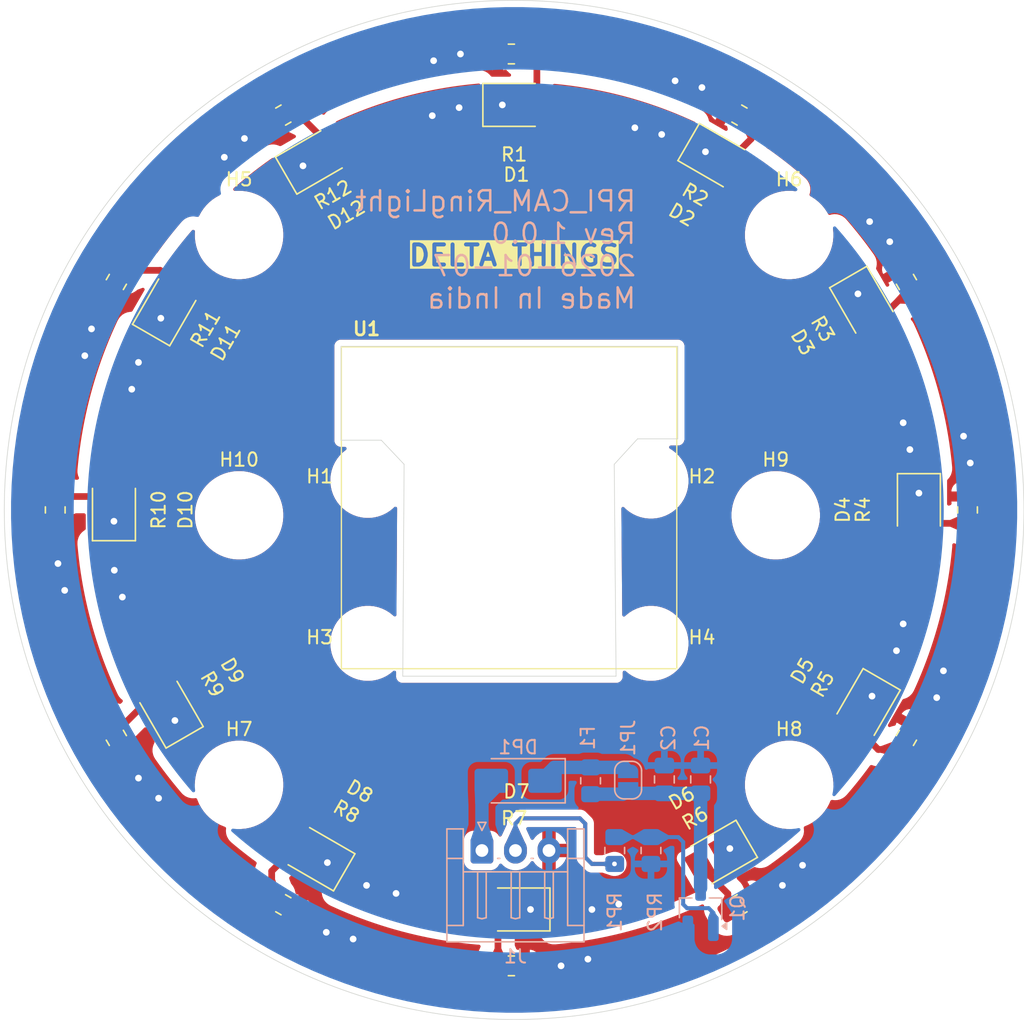
<source format=kicad_pcb>
(kicad_pcb (version 20241229) (generator "pcbnew") (generator_version "9.0")
  (title_block (title "RPI_CAM_RingLight") (date "2026-01-07") (rev "1.0.0") (company "Delta Things") (comment 1 "Mount for official Raspberry Pi Cameras"))
  (layers (0 "F.Cu" signal) (2 "B.Cu" signal) (13 "F.Paste" user) (15 "B.Paste" user) (5 "F.SilkS" user "F.Silkscreen") (7 "B.SilkS" user "B.Silkscreen") (1 "F.Mask" user) (3 "B.Mask" user) (25 "Edge.Cuts" user))
  (net 0 "")
  (net 1 "Net-(JP1-A)")
  (net 2 "GND")
  (net 3 "Net-(D1-A)")
  (net 4 "Net-(D2-A)")
  (net 5 "Net-(D3-A)")
  (net 6 "Net-(D4-A)")
  (net 7 "Net-(D5-A)")
  (net 8 "Net-(D6-A)")
  (net 9 "Net-(D7-A)")
  (net 10 "Net-(D8-A)")
  (net 11 "Net-(D9-A)")
  (net 12 "Net-(D10-A)")
  (net 13 "Net-(D11-A)")
  (net 14 "Net-(D12-A)")
  (net 15 "+5V")
  (net 16 "/EN")
  (net 17 "Net-(Q1-S)")
  (net 18 "Net-(Q1-G)")
  (net 19 "Net-(DP1-K)")
  (footprint "Resistor_SMD:R_0805_2012Metric_Pad1.20x1.40mm_HandSolder" (layer "F.Cu") (at 204.796512 57)
    (property "Reference" "R1" (at 0.203488 7.5 0) (layer "F.SilkS"))
    (property "Value" "150")
    (fp_line (start -0.227064 -0.735) (end 0.227064 -0.735) (stroke (width 0.12)) (layer "F.SilkS"))
    (fp_line (start -0.227064 0.735) (end 0.227064 0.735) (stroke (width 0.12)) (layer "F.SilkS"))
    (pad "1" smd roundrect (at -1 0) (size 1.2 1.4) (layers "F.Cu" "F.Mask" "F.Paste") (roundrect_rratio 0.208333) (net 17 "Net-(Q1-S)"))
    (pad "2" smd roundrect (at 1 0) (size 1.2 1.4) (layers "F.Cu" "F.Mask" "F.Paste") (roundrect_rratio 0.208333) (net 3 "Net-(D1-A)"))
  )
  (footprint "MountingHole:MountingHole_2.2mm_M2" (layer "F.Cu") (at 215.2 100.95)
    (property "Reference" "H4" (at 3.8 -0.45 0) (layer "F.SilkS"))
    (property "Value" "m2")
    (pad "" np_thru_hole circle (at 0 0) (size 2.2 2.2) (drill 2.2) (layers "*.Cu" "*.Mask"))
  )
  (footprint "Resistor_SMD:R_0805_2012Metric_Pad1.20x1.40mm_HandSolder" (layer "F.Cu") (at 170.796512 91 90)
    (property "Reference" "R10" (at 0 7.703488 90) (layer "F.SilkS"))
    (property "Value" "150")
    (fp_line (start -0.227064 -0.735) (end 0.227064 -0.735) (stroke (width 0.12)) (layer "F.SilkS"))
    (fp_line (start -0.227064 0.735) (end 0.227064 0.735) (stroke (width 0.12)) (layer "F.SilkS"))
    (pad "1" smd roundrect (at -1 0 90) (size 1.2 1.4) (layers "F.Cu" "F.Mask" "F.Paste") (roundrect_rratio 0.208333) (net 17 "Net-(Q1-S)"))
    (pad "2" smd roundrect (at 1 0 90) (size 1.2 1.4) (layers "F.Cu" "F.Mask" "F.Paste") (roundrect_rratio 0.208333) (net 12 "Net-(D10-A)"))
  )
  (footprint "MountingHole:MountingHole_3.2mm_M3" (layer "F.Cu") (at 184.5 111.5)
    (property "Reference" "H7" (at 0 -4.15 0) (layer "F.SilkS"))
    (property "Value" "m2")
    (pad "" np_thru_hole circle (at 0 0) (size 3.2 3.2) (drill 3.2) (layers "*.Cu" "*.Mask"))
  )
  (footprint "Resistor_SMD:R_0805_2012Metric_Pad1.20x1.40mm_HandSolder" (layer "F.Cu") (at 221.796512 120.444863 -150)
    (property "Reference" "R6" (at -0.367568 7.229671 210) (layer "F.SilkS"))
    (property "Value" "150")
    (fp_line (start -0.227064 0.735) (end 0.227064 0.735) (stroke (width 0.12)) (layer "F.SilkS"))
    (fp_line (start -0.227064 -0.735) (end 0.227064 -0.735) (stroke (width 0.12)) (layer "F.SilkS"))
    (pad "1" smd roundrect (at -1 0 210) (size 1.2 1.4) (layers "F.Cu" "F.Mask" "F.Paste") (roundrect_rratio 0.208333) (net 17 "Net-(Q1-S)"))
    (pad "2" smd roundrect (at 1 0 210) (size 1.2 1.4) (layers "F.Cu" "F.Mask" "F.Paste") (roundrect_rratio 0.208333) (net 8 "Net-(D6-A)"))
  )
  (footprint "LED_SMD:LED_PLCC_2835_Handsoldering" (layer "F.Cu") (at 235.171833 90.796477 -90)
    (property "Reference" "D4" (at 0.203523 5.671833 270) (layer "F.SilkS"))
    (property "Value" "LED")
    (fp_line (start 1.4 1.6) (end -2.5 1.6) (stroke (width 0.12)) (layer "F.SilkS"))
    (fp_line (start -2.5 -1.6) (end -2.5 1.6) (stroke (width 0.12)) (layer "F.SilkS"))
    (fp_line (start 1.4 -1.6) (end -2.5 -1.6) (stroke (width 0.12)) (layer "F.SilkS"))
    (pad "1" smd rect (at -1.05 0 270) (size 2.5 2.2) (layers "F.Cu" "F.Mask" "F.Paste") (net 2 "GND"))
    (pad "2" smd rect (at 1.525 0 270) (size 1.55 2.2) (layers "F.Cu" "F.Mask" "F.Paste") (net 6 "Net-(D4-A)"))
  )
  (footprint "LED_SMD:LED_PLCC_2835_Handsoldering" (layer "F.Cu") (at 231.152595 75.796477 -60)
    (property "Reference" "D3" (at 0.015022 5.381027 300) (layer "F.SilkS"))
    (property "Value" "LED")
    (fp_line (start 1.4 1.600001) (end -2.500001 1.6) (stroke (width 0.12)) (layer "F.SilkS"))
    (fp_line (start -2.5 -1.600001) (end -2.500001 1.6) (stroke (width 0.12)) (layer "F.SilkS"))
    (fp_line (start 1.400001 -1.6) (end -2.5 -1.600001) (stroke (width 0.12)) (layer "F.SilkS"))
    (pad "1" smd rect (at -1.05 0 300) (size 2.5 2.2) (layers "F.Cu" "F.Mask" "F.Paste") (net 2 "GND"))
    (pad "2" smd rect (at 1.525 0 300) (size 1.55 2.2) (layers "F.Cu" "F.Mask" "F.Paste") (net 5 "Net-(D3-A)"))
  )
  (footprint "Resistor_SMD:R_0805_2012Metric_Pad1.20x1.40mm_HandSolder" (layer "F.Cu") (at 204.796512 125 180)
    (property "Reference" "R7" (at -0.203488 11 180) (layer "F.SilkS"))
    (property "Value" "150")
    (fp_line (start -0.227064 0.735) (end 0.227064 0.735) (stroke (width 0.12)) (layer "F.SilkS"))
    (fp_line (start -0.227064 -0.735) (end 0.227064 -0.735) (stroke (width 0.12)) (layer "F.SilkS"))
    (pad "1" smd roundrect (at -1 0 180) (size 1.2 1.4) (layers "F.Cu" "F.Mask" "F.Paste") (roundrect_rratio 0.208333) (net 17 "Net-(Q1-S)"))
    (pad "2" smd roundrect (at 1 0 180) (size 1.2 1.4) (layers "F.Cu" "F.Mask" "F.Paste") (roundrect_rratio 0.208333) (net 9 "Net-(D7-A)"))
  )
  (footprint "LED_SMD:LED_PLCC_2835_Handsoldering" (layer "F.Cu") (at 179.19107 75.796477 60)
    (property "Reference" "D11" (at -0.186855 5.083404 60) (layer "F.SilkS"))
    (property "Value" "LED")
    (fp_line (start -2.500001 -1.6) (end -2.5 1.600001) (stroke (width 0.12)) (layer "F.SilkS"))
    (fp_line (start 1.4 -1.600001) (end -2.500001 -1.6) (stroke (width 0.12)) (layer "F.SilkS"))
    (fp_line (start 1.400001 1.6) (end -2.5 1.600001) (stroke (width 0.12)) (layer "F.SilkS"))
    (pad "1" smd rect (at -1.05 0 60) (size 2.5 2.2) (layers "F.Cu" "F.Mask" "F.Paste") (net 2 "GND"))
    (pad "2" smd rect (at 1.525 0 60) (size 1.55 2.2) (layers "F.Cu" "F.Mask" "F.Paste") (net 13 "Net-(D11-A)"))
  )
  (footprint "MountingHole:MountingHole_2.2mm_M2" (layer "F.Cu") (at 215.2 88.85)
    (property "Reference" "H2" (at 3.8 -0.35 0) (layer "F.SilkS"))
    (property "Value" "m2")
    (pad "" np_thru_hole circle (at 0 0) (size 2.2 2.2) (drill 2.2) (layers "*.Cu" "*.Mask"))
  )
  (footprint "Resistor_SMD:R_0805_2012Metric_Pad1.20x1.40mm_HandSolder" (layer "F.Cu") (at 187.796512 120.444863 150)
    (property "Reference" "R8" (at -0.600909 8.366172 150) (layer "F.SilkS"))
    (property "Value" "150")
    (fp_line (start -0.227064 -0.735) (end 0.227064 -0.735) (stroke (width 0.12)) (layer "F.SilkS"))
    (fp_line (start -0.227064 0.735) (end 0.227064 0.735) (stroke (width 0.12)) (layer "F.SilkS"))
    (pad "1" smd roundrect (at -1 0 150) (size 1.2 1.4) (layers "F.Cu" "F.Mask" "F.Paste") (roundrect_rratio 0.208333) (net 17 "Net-(Q1-S)"))
    (pad "2" smd roundrect (at 1 0 150) (size 1.2 1.4) (layers "F.Cu" "F.Mask" "F.Paste") (roundrect_rratio 0.208333) (net 10 "Net-(D8-A)"))
  )
  (footprint "Resistor_SMD:R_0805_2012Metric_Pad1.20x1.40mm_HandSolder" (layer "F.Cu") (at 221.796512 61.555136 -30)
    (property "Reference" "R2" (at 0.117569 6.796659 330) (layer "F.SilkS"))
    (property "Value" "150")
    (fp_line (start -0.227064 0.735) (end 0.227064 0.735) (stroke (width 0.12)) (layer "F.SilkS"))
    (fp_line (start -0.227064 -0.735) (end 0.227064 -0.735) (stroke (width 0.12)) (layer "F.SilkS"))
    (pad "1" smd roundrect (at -1 0 330) (size 1.2 1.4) (layers "F.Cu" "F.Mask" "F.Paste") (roundrect_rratio 0.208333) (net 17 "Net-(Q1-S)"))
    (pad "2" smd roundrect (at 1 0 330) (size 1.2 1.4) (layers "F.Cu" "F.Mask" "F.Paste") (roundrect_rratio 0.208333) (net 4 "Net-(D2-A)"))
  )
  (footprint "MountingHole:MountingHole_3.2mm_M3" (layer "F.Cu") (at 224.5 91.4)
    (property "Reference" "H9" (at 0 -4.15 0) (layer "F.SilkS"))
    (property "Value" "m2")
    (pad "" np_thru_hole circle (at 0 0) (size 3.2 3.2) (drill 3.2) (layers "*.Cu" "*.Mask"))
  )
  (footprint "LED_SMD:LED_PLCC_2835_Handsoldering" (layer "F.Cu") (at 205.171833 60.796477)
    (property "Reference" "D1" (at 0 5.203523 0) (layer "F.SilkS"))
    (property "Value" "LED")
    (fp_line (start -2.5 -1.6) (end -2.5 1.6) (stroke (width 0.12)) (layer "F.SilkS"))
    (fp_line (start 1.4 -1.6) (end -2.5 -1.6) (stroke (width 0.12)) (layer "F.SilkS"))
    (fp_line (start 1.4 1.6) (end -2.5 1.6) (stroke (width 0.12)) (layer "F.SilkS"))
    (pad "1" smd rect (at -1.05 0) (size 2.5 2.2) (layers "F.Cu" "F.Mask" "F.Paste") (net 2 "GND"))
    (pad "2" smd rect (at 1.525 0) (size 1.55 2.2) (layers "F.Cu" "F.Mask" "F.Paste") (net 3 "Net-(D1-A)"))
  )
  (footprint "MountingHole:MountingHole_3.2mm_M3" (layer "F.Cu") (at 184.5 70.5)
    (property "Reference" "H5" (at 0 -4.15 0) (layer "F.SilkS"))
    (property "Value" "m2")
    (pad "" np_thru_hole circle (at 0 0) (size 3.2 3.2) (drill 3.2) (layers "*.Cu" "*.Mask"))
  )
  (footprint "Resistor_SMD:R_0805_2012Metric_Pad1.20x1.40mm_HandSolder" (layer "F.Cu") (at 234.241375 108 -120)
    (property "Reference" "R5" (at -0.343414 7.405189 240) (layer "F.SilkS"))
    (property "Value" "150")
    (fp_line (start -0.227064 0.735) (end 0.227064 0.735) (stroke (width 0.12)) (layer "F.SilkS"))
    (fp_line (start -0.227064 -0.735) (end 0.227064 -0.735) (stroke (width 0.12)) (layer "F.SilkS"))
    (pad "1" smd roundrect (at -1 0 240) (size 1.2 1.4) (layers "F.Cu" "F.Mask" "F.Paste") (roundrect_rratio 0.208333) (net 17 "Net-(Q1-S)"))
    (pad "2" smd roundrect (at 1 0 240) (size 1.2 1.4) (layers "F.Cu" "F.Mask" "F.Paste") (roundrect_rratio 0.208333) (net 7 "Net-(D5-A)"))
  )
  (footprint "Resistor_SMD:R_0805_2012Metric_Pad1.20x1.40mm_HandSolder" (layer "F.Cu") (at 234.241375 74 -60)
    (property "Reference" "R3" (at -0.089599 7.155189 300) (layer "F.SilkS"))
    (property "Value" "150")
    (fp_line (start -0.227064 0.735) (end 0.227064 0.735) (stroke (width 0.12)) (layer "F.SilkS"))
    (fp_line (start -0.227064 -0.735) (end 0.227064 -0.735) (stroke (width 0.12)) (layer "F.SilkS"))
    (pad "1" smd roundrect (at -1 0 300) (size 1.2 1.4) (layers "F.Cu" "F.Mask" "F.Paste") (roundrect_rratio 0.208333) (net 17 "Net-(Q1-S)"))
    (pad "2" smd roundrect (at 1 0 300) (size 1.2 1.4) (layers "F.Cu" "F.Mask" "F.Paste") (roundrect_rratio 0.208333) (net 5 "Net-(D3-A)"))
  )
  (footprint "LED_SMD:LED_PLCC_2835_Handsoldering" (layer "F.Cu") (at 205.171833 120.796477 180)
    (property "Reference" "D7" (at 0 8.796477 180) (layer "F.SilkS"))
    (property "Value" "LED")
    (fp_line (start 1.4 1.6) (end -2.5 1.6) (stroke (width 0.12)) (layer "F.SilkS"))
    (fp_line (start 1.4 -1.6) (end -2.5 -1.6) (stroke (width 0.12)) (layer "F.SilkS"))
    (fp_line (start -2.5 -1.6) (end -2.5 1.6) (stroke (width 0.12)) (layer "F.SilkS"))
    (pad "1" smd rect (at -1.05 0 180) (size 2.5 2.2) (layers "F.Cu" "F.Mask" "F.Paste") (net 2 "GND"))
    (pad "2" smd rect (at 1.525 0 180) (size 1.55 2.2) (layers "F.Cu" "F.Mask" "F.Paste") (net 9 "Net-(D7-A)"))
  )
  (footprint "RPICAM:RPI_Cam3" (layer "F.Cu") (at 195.125418 81.841285)
    (property "Reference" "U1" (at -1.125418 -4.341285 0) (layer "F.SilkS") (effects (font (thickness 0.2) (bold yes))))
    (property "Value" "RPI_CAM_3")
    (fp_rect (start -3 -3) (end 22 21) (stroke (width 0.1)) (fill no) (layer "F.SilkS"))
  )
  (footprint "LED_SMD:LED_PLCC_2835_Handsoldering" (layer "F.Cu") (at 220.171833 64.815714 -30)
    (property "Reference" "D2" (at -0.221732 4.959614 330) (layer "F.SilkS"))
    (property "Value" "LED")
    (fp_line (start -2.500001 -1.6) (end -2.5 1.600001) (stroke (width 0.12)) (layer "F.SilkS"))
    (fp_line (start 1.400001 1.6) (end -2.5 1.600001) (stroke (width 0.12)) (layer "F.SilkS"))
    (fp_line (start 1.4 -1.600001) (end -2.500001 -1.6) (stroke (width 0.12)) (layer "F.SilkS"))
    (pad "1" smd rect (at -1.05 0 330) (size 2.5 2.2) (layers "F.Cu" "F.Mask" "F.Paste") (net 2 "GND"))
    (pad "2" smd rect (at 1.525 0 330) (size 1.55 2.2) (layers "F.Cu" "F.Mask" "F.Paste") (net 4 "Net-(D2-A)"))
  )
  (footprint "MountingHole:MountingHole_3.2mm_M3" (layer "F.Cu") (at 225.5 70.5)
    (property "Reference" "H6" (at 0 -4.15 0) (layer "F.SilkS"))
    (property "Value" "m2")
    (pad "" np_thru_hole circle (at 0 0) (size 3.2 3.2) (drill 3.2) (layers "*.Cu" "*.Mask"))
  )
  (footprint "LED_SMD:LED_PLCC_2835_Handsoldering" (layer "F.Cu") (at 231.152595 105.796477 -120)
    (property "Reference" "D5" (at -0.095523 5.427504 240) (layer "F.SilkS"))
    (property "Value" "LED")
    (fp_line (start 1.400001 1.6) (end -2.5 1.600001) (stroke (width 0.12)) (layer "F.SilkS"))
    (fp_line (start 1.4 -1.600001) (end -2.500001 -1.6) (stroke (width 0.12)) (layer "F.SilkS"))
    (fp_line (start -2.500001 -1.6) (end -2.5 1.600001) (stroke (width 0.12)) (layer "F.SilkS"))
    (pad "1" smd rect (at -1.05 0 240) (size 2.5 2.2) (layers "F.Cu" "F.Mask" "F.Paste") (net 2 "GND"))
    (pad "2" smd rect (at 1.525 0 240) (size 1.55 2.2) (layers "F.Cu" "F.Mask" "F.Paste") (net 7 "Net-(D5-A)"))
  )
  (footprint "MountingHole:MountingHole_3.2mm_M3" (layer "F.Cu") (at 225.5 111.5)
    (property "Reference" "H8" (at 0 -4.15 0) (layer "F.SilkS"))
    (property "Value" "m2")
    (pad "" np_thru_hole circle (at 0 0) (size 3.2 3.2) (drill 3.2) (layers "*.Cu" "*.Mask"))
  )
  (footprint "Resistor_SMD:R_0805_2012Metric_Pad1.20x1.40mm_HandSolder" (layer "F.Cu") (at 238.796512 91 -90)
    (property "Reference" "R4" (at 0 7.796512 270) (layer "F.SilkS"))
    (property "Value" "150")
    (fp_line (start -0.227064 0.735) (end 0.227064 0.735) (stroke (width 0.12)) (layer "F.SilkS"))
    (fp_line (start -0.227064 -0.735) (end 0.227064 -0.735) (stroke (width 0.12)) (layer "F.SilkS"))
    (pad "1" smd roundrect (at -1 0 270) (size 1.2 1.4) (layers "F.Cu" "F.Mask" "F.Paste") (roundrect_rratio 0.208333) (net 17 "Net-(Q1-S)"))
    (pad "2" smd roundrect (at 1 0 270) (size 1.2 1.4) (layers "F.Cu" "F.Mask" "F.Paste") (roundrect_rratio 0.208333) (net 6 "Net-(D4-A)"))
  )
  (footprint "Resistor_SMD:R_0805_2012Metric_Pad1.20x1.40mm_HandSolder" (layer "F.Cu") (at 187.796511 61.555136 30)
    (property "Reference" "R12" (at 0.234884 7.000148 30) (layer "F.SilkS"))
    (property "Value" "150")
    (fp_line (start -0.227064 -0.735) (end 0.227064 -0.735) (stroke (width 0.12)) (layer "F.SilkS"))
    (fp_line (start -0.227064 0.735) (end 0.227064 0.735) (stroke (width 0.12)) (layer "F.SilkS"))
    (pad "1" smd roundrect (at -1 0 30) (size 1.2 1.4) (layers "F.Cu" "F.Mask" "F.Paste") (roundrect_rratio 0.208333) (net 17 "Net-(Q1-S)"))
    (pad "2" smd roundrect (at 1 0 30) (size 1.2 1.4) (layers "F.Cu" "F.Mask" "F.Paste") (roundrect_rratio 0.208333) (net 14 "Net-(D12-A)"))
  )
  (footprint "LED_SMD:LED_PLCC_2835_Handsoldering" (layer "F.Cu") (at 190.171832 64.815714 30)
    (property "Reference" "D12" (at -0.07589 4.787782 30) (layer "F.SilkS"))
    (property "Value" "LED")
    (fp_line (start -2.5 -1.600001) (end -2.500001 1.6) (stroke (width 0.12)) (layer "F.SilkS"))
    (fp_line (start 1.400001 -1.6) (end -2.5 -1.600001) (stroke (width 0.12)) (layer "F.SilkS"))
    (fp_line (start 1.4 1.600001) (end -2.500001 1.6) (stroke (width 0.12)) (layer "F.SilkS"))
    (pad "1" smd rect (at -1.05 0 30) (size 2.5 2.2) (layers "F.Cu" "F.Mask" "F.Paste") (net 2 "GND"))
    (pad "2" smd rect (at 1.525 0 30) (size 1.55 2.2) (layers "F.Cu" "F.Mask" "F.Paste") (net 14 "Net-(D12-A)"))
  )
  (footprint "LED_SMD:LED_PLCC_2835_Handsoldering" (layer "F.Cu") (at 220.171833 116.777239 -150)
    (property "Reference" "D6" (at 0.175256 5.040114 210) (layer "F.SilkS"))
    (property "Value" "LED")
    (fp_line (start 1.4 1.600001) (end -2.500001 1.6) (stroke (width 0.12)) (layer "F.SilkS"))
    (fp_line (start 1.400001 -1.6) (end -2.5 -1.600001) (stroke (width 0.12)) (layer "F.SilkS"))
    (fp_line (start -2.5 -1.600001) (end -2.500001 1.6) (stroke (width 0.12)) (layer "F.SilkS"))
    (pad "1" smd rect (at -1.05 0 210) (size 2.5 2.2) (layers "F.Cu" "F.Mask" "F.Paste") (net 2 "GND"))
    (pad "2" smd rect (at 1.525 0 210) (size 1.55 2.2) (layers "F.Cu" "F.Mask" "F.Paste") (net 8 "Net-(D6-A)"))
  )
  (footprint "MountingHole:MountingHole_3.2mm_M3" (layer "F.Cu") (at 184.5 91.4)
    (property "Reference" "H10" (at 0 -4.15 0) (layer "F.SilkS"))
    (property "Value" "m2")
    (pad "" np_thru_hole circle (at 0 0) (size 3.2 3.2) (drill 3.2) (layers "*.Cu" "*.Mask"))
  )
  (footprint "Resistor_SMD:R_0805_2012Metric_Pad1.20x1.40mm_HandSolder" (layer "F.Cu") (at 175.351648 74 60)
    (property "Reference" "R11" (at 0.293087 7.507642 60) (layer "F.SilkS"))
    (property "Value" "150")
    (fp_line (start -0.227064 -0.735) (end 0.227064 -0.735) (stroke (width 0.12)) (layer "F.SilkS"))
    (fp_line (start -0.227064 0.735) (end 0.227064 0.735) (stroke (width 0.12)) (layer "F.SilkS"))
    (pad "1" smd roundrect (at -1 0 60) (size 1.2 1.4) (layers "F.Cu" "F.Mask" "F.Paste") (roundrect_rratio 0.208333) (net 17 "Net-(Q1-S)"))
    (pad "2" smd roundrect (at 1 0 60) (size 1.2 1.4) (layers "F.Cu" "F.Mask" "F.Paste") (roundrect_rratio 0.208333) (net 13 "Net-(D11-A)"))
  )
  (footprint "LED_SMD:LED_PLCC_2835_Handsoldering" (layer "F.Cu") (at 190.171833 116.777239 150)
    (property "Reference" "D8" (at -0.493658 5.801294 150) (layer "F.SilkS"))
    (property "Value" "LED")
    (fp_line (start 1.4 -1.600001) (end -2.500001 -1.6) (stroke (width 0.12)) (layer "F.SilkS"))
    (fp_line (start 1.400001 1.6) (end -2.5 1.600001) (stroke (width 0.12)) (layer "F.SilkS"))
    (fp_line (start -2.500001 -1.6) (end -2.5 1.600001) (stroke (width 0.12)) (layer "F.SilkS"))
    (pad "1" smd rect (at -1.05 0 150) (size 2.5 2.2) (layers "F.Cu" "F.Mask" "F.Paste") (net 2 "GND"))
    (pad "2" smd rect (at 1.525 0 150) (size 1.55 2.2) (layers "F.Cu" "F.Mask" "F.Paste") (net 10 "Net-(D8-A)"))
  )
  (footprint "MountingHole:MountingHole_2.2mm_M2" (layer "F.Cu") (at 194.1 100.95)
    (property "Reference" "H3" (at -3.6 -0.45 0) (layer "F.SilkS"))
    (property "Value" "m2")
    (pad "" np_thru_hole circle (at 0 0) (size 2.2 2.2) (drill 2.2) (layers "*.Cu" "*.Mask"))
  )
  (footprint "Resistor_SMD:R_0805_2012Metric_Pad1.20x1.40mm_HandSolder" (layer "F.Cu") (at 175.351648 108 120)
    (property "Reference" "R9" (at -0.110074 8.190654 120) (layer "F.SilkS"))
    (property "Value" "150")
    (fp_line (start -0.227064 -0.735) (end 0.227064 -0.735) (stroke (width 0.12)) (layer "F.SilkS"))
    (fp_line (start -0.227064 0.735) (end 0.227064 0.735) (stroke (width 0.12)) (layer "F.SilkS"))
    (pad "1" smd roundrect (at -1 0 120) (size 1.2 1.4) (layers "F.Cu" "F.Mask" "F.Paste") (roundrect_rratio 0.208333) (net 17 "Net-(Q1-S)"))
    (pad "2" smd roundrect (at 1 0 120) (size 1.2 1.4) (layers "F.Cu" "F.Mask" "F.Paste") (roundrect_rratio 0.208333) (net 11 "Net-(D9-A)"))
  )
  (footprint "LED_SMD:LED_PLCC_2835_Handsoldering" (layer "F.Cu") (at 175.171833 90.796477 90)
    (property "Reference" "D10" (at -0.203523 5.328167 90) (layer "F.SilkS"))
    (property "Value" "LED")
    (fp_line (start 1.4 -1.6) (end -2.5 -1.6) (stroke (width 0.12)) (layer "F.SilkS"))
    (fp_line (start -2.5 -1.6) (end -2.5 1.6) (stroke (width 0.12)) (layer "F.SilkS"))
    (fp_line (start 1.4 1.6) (end -2.5 1.6) (stroke (width 0.12)) (layer "F.SilkS"))
    (pad "1" smd rect (at -1.05 0 90) (size 2.5 2.2) (layers "F.Cu" "F.Mask" "F.Paste") (net 2 "GND"))
    (pad "2" smd rect (at 1.525 0 90) (size 1.55 2.2) (layers "F.Cu" "F.Mask" "F.Paste") (net 12 "Net-(D10-A)"))
  )
  (footprint "LED_SMD:LED_PLCC_2835_Handsoldering" (layer "F.Cu") (at 179.19107 105.796477 120)
    (property "Reference" "D9" (at 0.017355 5.562894 120) (layer "F.SilkS"))
    (property "Value" "LED")
    (fp_line (start 1.400001 -1.6) (end -2.5 -1.600001) (stroke (width 0.12)) (layer "F.SilkS"))
    (fp_line (start -2.5 -1.600001) (end -2.500001 1.6) (stroke (width 0.12)) (layer "F.SilkS"))
    (fp_line (start 1.4 1.600001) (end -2.500001 1.6) (stroke (width 0.12)) (layer "F.SilkS"))
    (pad "1" smd rect (at -1.05 0 120) (size 2.5 2.2) (layers "F.Cu" "F.Mask" "F.Paste") (net 2 "GND"))
    (pad "2" smd rect (at 1.525 0 120) (size 1.55 2.2) (layers "F.Cu" "F.Mask" "F.Paste") (net 11 "Net-(D9-A)"))
  )
  (footprint "MountingHole:MountingHole_2.2mm_M2" (layer "F.Cu") (at 194.1 88.8)
    (property "Reference" "H1" (at -3.6 -0.3 0) (layer "F.SilkS"))
    (property "Value" "m2")
    (pad "" np_thru_hole circle (at 0 0) (size 2.2 2.2) (drill 2.2) (layers "*.Cu" "*.Mask"))
  )
  (footprint "Capacitor_SMD:C_0805_2012Metric_Pad1.18x1.45mm_HandSolder" (layer "B.Cu") (at 218.9 111.1 90)
    (property "Reference" "C1" (at 3.1 0.1 90) (layer "B.SilkS") (effects (justify mirror)))
    (property "Value" "0.1u")
    (fp_line (start -0.261252 -0.735) (end 0.261252 -0.735) (stroke (width 0.12)) (layer "B.SilkS"))
    (fp_line (start -0.261252 0.735) (end 0.261252 0.735) (stroke (width 0.12)) (layer "B.SilkS"))
    (pad "1" smd roundrect (at -1.0375 0 90) (size 1.175 1.45) (layers "B.Cu" "B.Mask" "B.Paste") (roundrect_rratio 0.212766) (net 1 "Net-(JP1-A)"))
    (pad "2" smd roundrect (at 1.0375 0 90) (size 1.175 1.45) (layers "B.Cu" "B.Mask" "B.Paste") (roundrect_rratio 0.212766) (net 2 "GND"))
  )
  (footprint "Jumper:SolderJumper-2_P1.3mm_Open_RoundedPad1.0x1.5mm" (layer "B.Cu") (at 213.5 111.15 90)
    (property "Reference" "JP1" (at 3.15 0 90) (layer "B.SilkS") (effects (justify mirror)))
    (property "Value" "In")
    (fp_line (start 0.7 -1) (end -0.7 -1) (stroke (width 0.12)) (layer "B.SilkS"))
    (fp_line (start -1.4 -0.3) (end -1.4 0.3) (stroke (width 0.12)) (layer "B.SilkS"))
    (fp_line (start 1.4 0.3) (end 1.4 -0.3) (stroke (width 0.12)) (layer "B.SilkS"))
    (fp_line (start -0.7 1) (end 0.7 1) (stroke (width 0.12)) (layer "B.SilkS"))
    (fp_arc (start 0.7 -1) (mid 1.194975 -0.794975) (end 1.4 -0.3) (stroke (width 0.12)) (layer "B.SilkS"))
    (fp_arc (start -1.4 -0.3) (mid -1.194975 -0.794975) (end -0.7 -1) (stroke (width 0.12)) (layer "B.SilkS"))
    (fp_arc (start 1.4 0.3) (mid 1.194975 0.794975) (end 0.7 1) (stroke (width 0.12)) (layer "B.SilkS"))
    (fp_arc (start -0.7 1) (mid -1.194975 0.794975) (end -1.4 0.3) (stroke (width 0.12)) (layer "B.SilkS"))
    (pad "1" smd custom (at -0.65 0 90) (size 1 0.5) (layers "B.Cu" "B.Mask") (net 1 "Net-(JP1-A)") (options (clearance outline) (anchor rect)) (primitives (gr_circle (center 0 -0.25) (end 0.5 -0.25) (width 0) (fill yes)) (gr_circle (center 0 0.25) (end 0.5 0.25) (width 0) (fill yes)) (gr_poly (pts (xy 0.5 -0.75) (xy 0 -0.75) (xy 0 0.75) (xy 0.5 0.75)) (width 0) (fill yes))))
    (pad "2" smd custom (at 0.65 0 90) (size 1 0.5) (layers "B.Cu" "B.Mask") (net 19 "Net-(DP1-K)") (options (clearance outline) (anchor rect)) (primitives (gr_circle (center 0 -0.25) (end 0.5 -0.25) (width 0) (fill yes)) (gr_circle (center 0 0.25) (end 0.5 0.25) (width 0) (fill yes)) (gr_poly (pts (xy 0 -0.75) (xy -0.5 -0.75) (xy -0.5 0.75) (xy 0 0.75)) (width 0) (fill yes))))
  )
  (footprint "Connector_JST:JST_EH_S3B-EH_1x03_P2.50mm_Horizontal" (layer "B.Cu") (at 202.6 116.4)
    (property "Reference" "J1" (at 2.5 7.9 0) (layer "B.SilkS") (effects (justify mirror)))
    (property "Value" "in")
    (fp_line (start -2.61 -1.61) (end -2.61 6.81) (stroke (width 0.12)) (layer "B.SilkS"))
    (fp_line (start -2.61 5.59) (end -1.39 5.59) (stroke (width 0.12)) (layer "B.SilkS"))
    (fp_line (start -2.61 6.81) (end 7.61 6.81) (stroke (width 0.12)) (layer "B.SilkS"))
    (fp_line (start -1.39 -1.61) (end -2.61 -1.61) (stroke (width 0.12)) (layer "B.SilkS"))
    (fp_line (start -1.39 0.59) (end -2.61 0.59) (stroke (width 0.12)) (layer "B.SilkS"))
    (fp_line (start -1.39 0.59) (end -1.39 -1.61) (stroke (width 0.12)) (layer "B.SilkS"))
    (fp_line (start -1.39 1.59) (end 6.39 1.59) (stroke (width 0.12)) (layer "B.SilkS"))
    (fp_line (start -1.39 5.59) (end -1.39 0.59) (stroke (width 0.12)) (layer "B.SilkS"))
    (fp_line (start -0.32 1.59) (end -0.32 5.01) (stroke (width 0.12)) (layer "B.SilkS"))
    (fp_line (start -0.32 5.01) (end 0 5.09) (stroke (width 0.12)) (layer "B.SilkS"))
    (fp_line (start -0.3 -2.1) (end 0.3 -2.1) (stroke (width 0.12)) (layer "B.SilkS"))
    (fp_line (start 0 -1.5) (end -0.3 -2.1) (stroke (width 0.12)) (layer "B.SilkS"))
    (fp_line (start 0 1.59) (end -0.32 1.59) (stroke (width 0.12)) (layer "B.SilkS"))
    (fp_line (start 0 5.09) (end 0.32 5.01) (stroke (width 0.12)) (layer "B.SilkS"))
    (fp_line (start 0.3 -2.1) (end 0 -1.5) (stroke (width 0.12)) (layer "B.SilkS"))
    (fp_line (start 0.32 1.59) (end 0 1.59) (stroke (width 0.12)) (layer "B.SilkS"))
    (fp_line (start 0.32 5.01) (end 0.32 1.59) (stroke (width 0.12)) (layer "B.SilkS"))
    (fp_line (start 1.17 0.59) (end 1.33 0.59) (stroke (width 0.12)) (layer "B.SilkS"))
    (fp_line (start 2.18 1.59) (end 2.18 5.01) (stroke (width 0.12)) (layer "B.SilkS"))
    (fp_line (start 2.18 5.01) (end 2.5 5.09) (stroke (width 0.12)) (layer "B.SilkS"))
    (fp_line (start 2.5 1.59) (end 2.18 1.59) (stroke (width 0.12)) (layer "B.SilkS"))
    (fp_line (start 2.5 5.09) (end 2.82 5.01) (stroke (width 0.12)) (layer "B.SilkS"))
    (fp_line (start 2.82 1.59) (end 2.5 1.59) (stroke (width 0.12)) (layer "B.SilkS"))
    (fp_line (start 2.82 5.01) (end 2.82 1.59) (stroke (width 0.12)) (layer "B.SilkS"))
    (fp_line (start 3.67 0.59) (end 3.83 0.59) (stroke (width 0.12)) (layer "B.SilkS"))
    (fp_line (start 4.68 1.59) (end 4.68 5.01) (stroke (width 0.12)) (layer "B.SilkS"))
    (fp_line (start 4.68 5.01) (end 5 5.09) (stroke (width 0.12)) (layer "B.SilkS"))
    (fp_line (start 5 1.59) (end 4.68 1.59) (stroke (width 0.12)) (layer "B.SilkS"))
    (fp_line (start 5 5.09) (end 5.32 5.01) (stroke (width 0.12)) (layer "B.SilkS"))
    (fp_line (start 5.32 1.59) (end 5 1.59) (stroke (width 0.12)) (layer "B.SilkS"))
    (fp_line (start 5.32 5.01) (end 5.32 1.59) (stroke (width 0.12)) (layer "B.SilkS"))
    (fp_line (start 6.39 -1.61) (end 6.39 0.59) (stroke (width 0.12)) (layer "B.SilkS"))
    (fp_line (start 6.39 0.59) (end 7.61 0.59) (stroke (width 0.12)) (layer "B.SilkS"))
    (fp_line (start 6.39 5.59) (end 6.39 0.59) (stroke (width 0.12)) (layer "B.SilkS"))
    (fp_line (start 7.61 -1.61) (end 6.39 -1.61) (stroke (width 0.12)) (layer "B.SilkS"))
    (fp_line (start 7.61 5.59) (end 6.39 5.59) (stroke (width 0.12)) (layer "B.SilkS"))
    (fp_line (start 7.61 6.81) (end 7.61 -1.61) (stroke (width 0.12)) (layer "B.SilkS"))
    (pad "1" thru_hole roundrect (at 0 0) (size 1.7 1.95) (drill 0.95) (layers "*.Cu" "*.Mask") (roundrect_rratio 0.147059) (net 15 "+5V"))
    (pad "2" thru_hole oval (at 2.5 0) (size 1.7 1.95) (drill 0.95) (layers "*.Cu" "*.Mask") (net 16 "/EN"))
    (pad "3" thru_hole oval (at 5 0) (size 1.7 1.95) (drill 0.95) (layers "*.Cu" "*.Mask") (net 2 "GND"))
  )
  (footprint "Diode_SMD:D_SMA" (layer "B.Cu") (at 205.3 111.2 180)
    (property "Reference" "DP1" (at 0 2.5 0) (layer "B.SilkS") (effects (justify mirror)))
    (property "Value" "SS14")
    (fp_line (start -3.51 1.65) (end 2 1.65) (stroke (width 0.12)) (layer "B.SilkS"))
    (fp_line (start -3.51 1.65) (end -3.51 -1.65) (stroke (width 0.12)) (layer "B.SilkS"))
    (fp_line (start -3.51 -1.65) (end 2 -1.65) (stroke (width 0.12)) (layer "B.SilkS"))
    (pad "1" smd roundrect (at -2 0 180) (size 2.5 1.8) (layers "B.Cu" "B.Mask" "B.Paste") (roundrect_rratio 0.1388888889) (net 19 "Net-(DP1-K)"))
    (pad "2" smd roundrect (at 2 0 180) (size 2.5 1.8) (layers "B.Cu" "B.Mask" "B.Paste") (roundrect_rratio 0.1388888889) (net 15 "+5V"))
  )
  (footprint "Resistor_SMD:R_0805_2012Metric_Pad1.20x1.40mm_HandSolder" (layer "B.Cu") (at 215.2 116.4 90)
    (property "Reference" "RP2" (at -4.6 0.3 90) (layer "B.SilkS") (effects (justify mirror)))
    (property "Value" "100k")
    (fp_line (start -0.227064 -0.735) (end 0.227064 -0.735) (stroke (width 0.12)) (layer "B.SilkS"))
    (fp_line (start -0.227064 0.735) (end 0.227064 0.735) (stroke (width 0.12)) (layer "B.SilkS"))
    (pad "1" smd roundrect (at -1 0 90) (size 1.2 1.4) (layers "B.Cu" "B.Mask" "B.Paste") (roundrect_rratio 0.208333) (net 2 "GND"))
    (pad "2" smd roundrect (at 1 0 90) (size 1.2 1.4) (layers "B.Cu" "B.Mask" "B.Paste") (roundrect_rratio 0.208333) (net 18 "Net-(Q1-G)"))
  )
  (footprint "Package_TO_SOT_SMD:SOT-23_Handsoldering" (layer "B.Cu") (at 218.9 120.7 90)
    (property "Reference" "Q1" (at 0 2.75 90) (layer "B.SilkS") (effects (justify mirror)))
    (property "Value" "2N7002")
    (fp_line (start 0.76 -1.58) (end -0.7 -1.58) (stroke (width 0.12)) (layer "B.SilkS"))
    (fp_line (start 0.76 -1.58) (end 0.76 -0.65) (stroke (width 0.12)) (layer "B.SilkS"))
    (fp_line (start 0.76 1.58) (end 0.76 0.65) (stroke (width 0.12)) (layer "B.SilkS"))
    (fp_line (start -0.04 1.58) (end 0.76 1.58) (stroke (width 0.12)) (layer "B.SilkS"))
    (fp_line (start -0.04 1.58) (end -0.84 1.58) (stroke (width 0.12)) (layer "B.SilkS"))
    (fp_poly (pts (xy -1.34 1.61) (xy -1.58 1.94) (xy -1.1 1.94) (xy -1.34 1.61)) (stroke (width 0.12)) (fill yes) (layer "B.SilkS"))
    (pad "1" smd roundrect (at -1.5 0.95 90) (size 1.9 0.8) (layers "B.Cu" "B.Mask" "B.Paste") (net 18 "Net-(Q1-G)"))
    (pad "2" smd roundrect (at -1.5 -0.95 90) (size 1.9 0.8) (layers "B.Cu" "B.Mask" "B.Paste") (net 17 "Net-(Q1-S)"))
    (pad "3" smd roundrect (at 1.5 0 90) (size 1.9 0.8) (layers "B.Cu" "B.Mask" "B.Paste") (net 1 "Net-(JP1-A)"))
  )
  (footprint "Capacitor_SMD:C_0805_2012Metric_Pad1.18x1.45mm_HandSolder" (layer "B.Cu") (at 216.2 111.1 90)
    (property "Reference" "C2" (at 3.1 0.3 90) (layer "B.SilkS") (effects (justify mirror)))
    (property "Value" "1u")
    (fp_line (start -0.261252 -0.735) (end 0.261252 -0.735) (stroke (width 0.12)) (layer "B.SilkS"))
    (fp_line (start -0.261252 0.735) (end 0.261252 0.735) (stroke (width 0.12)) (layer "B.SilkS"))
    (pad "1" smd roundrect (at -1.0375 0 90) (size 1.175 1.45) (layers "B.Cu" "B.Mask" "B.Paste") (roundrect_rratio 0.212766) (net 1 "Net-(JP1-A)"))
    (pad "2" smd roundrect (at 1.0375 0 90) (size 1.175 1.45) (layers "B.Cu" "B.Mask" "B.Paste") (roundrect_rratio 0.212766) (net 2 "GND"))
  )
  (footprint "Resistor_SMD:R_0805_2012Metric_Pad1.20x1.40mm_HandSolder" (layer "B.Cu") (at 212.5 116.4 90)
    (property "Reference" "RP1" (at -4.6 0 90) (layer "B.SilkS") (effects (justify mirror)))
    (property "Value" "100")
    (fp_line (start -0.227064 -0.735) (end 0.227064 -0.735) (stroke (width 0.12)) (layer "B.SilkS"))
    (fp_line (start -0.227064 0.735) (end 0.227064 0.735) (stroke (width 0.12)) (layer "B.SilkS"))
    (pad "1" smd roundrect (at -1 0 90) (size 1.2 1.4) (layers "B.Cu" "B.Mask" "B.Paste") (roundrect_rratio 0.208333) (net 16 "/EN"))
    (pad "2" smd roundrect (at 1 0 90) (size 1.2 1.4) (layers "B.Cu" "B.Mask" "B.Paste") (roundrect_rratio 0.208333) (net 18 "Net-(Q1-G)"))
  )
  (footprint "Resistor_SMD:R_0805_2012Metric_Pad1.20x1.40mm_HandSolder" (layer "B.Cu") (at 210.7 111.2 -90)
    (property "Reference" "F1" (at -3.2 0.2 90) (layer "B.SilkS") (effects (justify mirror)))
    (property "Value" "PTC")
    (fp_line (start -0.227064 0.735) (end 0.227064 0.735) (stroke (width 0.12)) (layer "B.SilkS"))
    (fp_line (start -0.227064 -0.735) (end 0.227064 -0.735) (stroke (width 0.12)) (layer "B.SilkS"))
    (pad "1" smd roundrect (at -1 0 270) (size 1.2 1.4) (layers "B.Cu" "B.Mask" "B.Paste") (roundrect_rratio 0.208333) (net 19 "Net-(DP1-K)"))
    (pad "2" smd roundrect (at 1 0 270) (size 1.2 1.4) (layers "B.Cu" "B.Mask" "B.Paste") (roundrect_rratio 0.208333) (net 1 "Net-(JP1-A)"))
  )
  (gr_line (start 217.2 78.8) (end 192.1 78.8) (stroke (width 0.05)) (layer "Edge.Cuts"))
  (gr_line (start 217.2 85.7) (end 217.2 78.8) (stroke (width 0.05)) (layer "Edge.Cuts"))
  (gr_line (start 192.1 78.8) (end 192.1 85.8) (stroke (width 0.05)) (layer "Edge.Cuts"))
  (gr_line (start 196.799997 87.6) (end 196.7 103.4) (stroke (width 0.05)) (layer "Edge.Cuts"))
  (gr_line (start 196.7 103.4) (end 212.6 103.4) (stroke (width 0.05)) (layer "Edge.Cuts"))
  (gr_line (start 195.1 85.8) (end 192.1 85.8) (stroke (width 0.05)) (layer "Edge.Cuts"))
  (gr_circle (center 205 91) (end 204.625418 53) (stroke (width 0.05)) (fill no) (layer "Edge.Cuts"))
  (gr_line (start 212.462742 87.6) (end 212.6 103.4) (stroke (width 0.05)) (layer "Edge.Cuts"))
  (gr_line (start 195.1 85.8) (end 196.799997 87.6) (stroke (width 0.05)) (layer "Edge.Cuts"))
  (gr_line (start 212.462742 87.6) (end 214.2 85.700043) (stroke (width 0.05)) (layer "Edge.Cuts"))
  (gr_line (start 214.2 85.700043) (end 217.2 85.7) (stroke (width 0.05)) (layer "Edge.Cuts"))
  (gr_text "DELTA THINGS" (at 197 72.9 0) (layer "F.SilkS" knockout) (effects (font (size 1.5 1.5) (thickness 0.3) (bold yes)) (justify left bottom)))
  (gr_text "RPI_CAM_RingLight\nRev 1.0.0\n2026-01-07\nMade In India" (at 214.2 76.1 0) (layer "B.SilkS") (effects (font (size 1.5 1.5) (thickness 0.1875)) (justify left bottom mirror)))
  (segment (start 213.5 111.8) (end 213.8375 112.1375) (width 1) (layer "B.Cu") (net 1))
  (segment (start 218.9 112.1375) (end 216.2 112.1375) (width 1) (layer "B.Cu") (net 1))
  (segment (start 213.8375 112.1375) (end 216.2 112.1375) (width 1) (layer "B.Cu") (net 1))
  (segment (start 213.1 112.2) (end 213.5 111.8) (width 1) (layer "B.Cu") (net 1))
  (segment (start 210.7 112.2) (end 213.1 112.2) (width 1) (layer "B.Cu") (net 1))
  (segment (start 218.9 112.1375) (end 218.9 119.2) (width 1) (layer "B.Cu") (net 1))
  (via (at 194 119) (size 1.5) (drill 0.5) (layers "F.Cu" "B.Cu") (net 2))
  (via (at 230.627595 74.88715) (size 1.5) (drill 0.5) (layers "F.Cu" "B.Cu") (net 2))
  (via (at 216 63) (size 1.5) (drill 0.5) (layers "F.Cu" "B.Cu") (net 2))
  (via (at 233.5 101.5) (size 1.5) (drill 0.5) (layers "F.Cu" "B.Cu") (net 2))
  (via (at 234 84.5) (size 1.5) (drill 0.5) (layers "F.Cu" "B.Cu") (net 2))
  (via (at 200.9 61) (size 1.5) (drill 0.5) (layers "F.Cu" "B.Cu") (net 2))
  (via (at 206.221833 120.796477) (size 1.5) (drill 0.5) (layers "F.Cu" "B.Cu") (net 2))
  (via (at 179.71607 106.705804) (size 1.5) (drill 0.5) (layers "F.Cu" "B.Cu") (net 2))
  (via (at 198.9 61.6) (size 1.5) (drill 0.5) (layers "F.Cu" "B.Cu") (net 2))
  (via (at 212.8 120.4) (size 1.5) (drill 0.5) (layers "F.Cu" "B.Cu") (net 2))
  (via (at 191.08116 117.302239) (size 1.5) (drill 0.5) (layers "F.Cu" "B.Cu") (net 2))
  (via (at 196.2 119.6) (size 1.5) (drill 0.5) (layers "F.Cu" "B.Cu") (net 2))
  (via (at 178.66607 76.705804) (size 1.5) (drill 0.5) (layers "F.Cu" "B.Cu") (net 2))
  (via (at 204.121833 60.796477) (size 1.5) (drill 0.5) (layers "F.Cu" "B.Cu") (net 2))
  (via (at 177 80) (size 1.5) (drill 0.5) (layers "F.Cu" "B.Cu") (net 2))
  (via (at 175.8 97.5) (size 1.5) (drill 0.5) (layers "F.Cu" "B.Cu") (net 2))
  (via (at 214 62.5) (size 1.5) (drill 0.5) (layers "F.Cu" "B.Cu") (net 2))
  (via (at 176.5 82) (size 1.5) (drill 0.5) (layers "F.Cu" "B.Cu") (net 2))
  (via (at 189.262505 65.340714) (size 1.5) (drill 0.5) (layers "F.Cu" "B.Cu") (net 2))
  (via (at 219.262506 64.290714) (size 1.5) (drill 0.5) (layers "F.Cu" "B.Cu") (net 2))
  (via (at 234 99.5) (size 1.5) (drill 0.5) (layers "F.Cu" "B.Cu") (net 2))
  (via (at 234.5 86.5) (size 1.5) (drill 0.5) (layers "F.Cu" "B.Cu") (net 2))
  (via (at 235.171833 89.746477) (size 1.5) (drill 0.5) (layers "F.Cu" "B.Cu") (net 2))
  (via (at 221.08116 116.252239) (size 1.5) (drill 0.5) (layers "F.Cu" "B.Cu") (net 2))
  (via (at 210.8 120.8) (size 1.5) (drill 0.5) (layers "F.Cu" "B.Cu") (net 2))
  (via (at 175.2 95.5) (size 1.5) (drill 0.5) (layers "F.Cu" "B.Cu") (net 2))
  (via (at 175.171833 91.846477) (size 1.5) (drill 0.5) (layers "F.Cu" "B.Cu") (net 2))
  (via (at 231.677595 104.88715) (size 1.5) (drill 0.5) (layers "F.Cu" "B.Cu") (net 2))
  (segment (start 205.796512 57) (end 206.696833 57.900321) (width 0.5) (layer "F.Cu") (net 3))
  (segment (start 206.696833 57.900321) (end 206.696833 60.796477) (width 0.5) (layer "F.Cu") (net 3))
  (segment (start 222.662537 63.337463) (end 221.492522 64.507478) (width 0.5) (layer "F.Cu") (net 4))
  (segment (start 222.662537 62.055136) (end 222.662537 63.337463) (width 0.5) (layer "F.Cu") (net 4))
  (segment (start 221.492522 64.507478) (end 221.492522 65.578214) (width 0.5) (layer "F.Cu") (net 4))
  (segment (start 234.166236 74.866025) (end 231.915095 77.117166) (width 0.5) (layer "F.Cu") (net 5))
  (segment (start 234.741375 74.866025) (end 234.166236 74.866025) (width 0.5) (layer "F.Cu") (net 5))
  (segment (start 235.49331 92) (end 235.171833 92.321477) (width 0.5) (layer "F.Cu") (net 6))
  (segment (start 238.796512 92) (end 235.49331 92) (width 0.5) (layer "F.Cu") (net 6))
  (segment (start 233.741375 108.866025) (end 232.138954 108.866025) (width 0.5) (layer "F.Cu") (net 7))
  (segment (start 232.138954 108.866025) (end 230.390095 107.117166) (width 0.5) (layer "F.Cu") (net 7))
  (segment (start 220.930487 119.619082) (end 218.851144 117.539739) (width 0.5) (layer "F.Cu") (net 8))
  (segment (start 220.930487 120.944863) (end 220.930487 119.619082) (width 0.5) (layer "F.Cu") (net 8))
  (segment (start 203.796512 125) (end 203.796512 120.946156) (width 0.5) (layer "F.Cu") (net 9))
  (segment (start 203.796512 120.946156) (end 203.646833 120.796477) (width 0.5) (layer "F.Cu") (net 9))
  (segment (start 186.930487 119.944863) (end 186.930487 117.935396) (width 0.5) (layer "F.Cu") (net 10))
  (segment (start 186.930487 117.935396) (end 188.851144 116.014739) (width 0.5) (layer "F.Cu") (net 10))
  (segment (start 175.770383 107.133975) (end 178.42857 104.475788) (width 0.5) (layer "F.Cu") (net 11))
  (segment (start 174.851648 107.133975) (end 175.770383 107.133975) (width 0.5) (layer "F.Cu") (net 11))
  (segment (start 174.44331 90) (end 175.171833 89.271477) (width 0.5) (layer "F.Cu") (net 12))
  (segment (start 170.796512 90) (end 174.44331 90) (width 0.5) (layer "F.Cu") (net 12))
  (segment (start 178.611757 73.133975) (end 179.95357 74.475788) (width 0.5) (layer "F.Cu") (net 13))
  (segment (start 175.851648 73.133975) (end 178.611757 73.133975) (width 0.5) (layer "F.Cu") (net 13))
  (segment (start 188.662536 61.055136) (end 188.662536 61.223229) (width 0.5) (layer "F.Cu") (net 14))
  (segment (start 188.662536 61.223229) (end 191.492521 64.053214) (width 0.5) (layer "F.Cu") (net 14))
  (segment (start 203.3 111.6) (end 202.6 112.3) (width 1) (layer "B.Cu") (net 15))
  (segment (start 203.3 111.2) (end 203.3 111.6) (width 1) (layer "B.Cu") (net 15))
  (segment (start 202.6 112.3) (end 202.6 116.4) (width 1) (layer "B.Cu") (net 15))
  (segment (start 205.49 114) (end 209.9 114) (width 0.3) (layer "F.Cu") (net 16))
  (segment (start 209.9 114) (end 210.3 114.4) (width 0.3) (layer "F.Cu") (net 16))
  (segment (start 210.3 116.9) (end 210.31 116.91) (width 0.3) (layer "F.Cu") (net 16))
  (segment (start 210.99 117.4) (end 212.48 117.4) (width 0.3) (layer "F.Cu") (net 16))
  (segment (start 210.31 116.91) (end 210.8 117.4) (width 0.3) (layer "F.Cu") (net 16))
  (segment (start 210.3 114.4) (end 210.3 116.9) (width 0.3) (layer "F.Cu") (net 16))
  (segment (start 205.1 116.4) (end 205.1 114.39) (width 0.3) (layer "F.Cu") (net 16))
  (segment (start 210.8 117.4) (end 210.99 117.4) (width 0.3) (layer "F.Cu") (net 16))
  (segment (start 205.1 114.39) (end 205.49 114) (width 0.3) (layer "F.Cu") (net 16))
  (via (at 212.48 117.4) (size 0.8) (drill 0.35) (layers "F.Cu" "B.Cu") (net 16))
  (segment (start 210.3 114.4) (end 210.3 116.9) (width 0.3) (layer "B.Cu") (net 16))
  (segment (start 205.49 114) (end 209.9 114) (width 0.3) (layer "B.Cu") (net 16))
  (segment (start 210.8 117.4) (end 212.5 117.4) (width 0.3) (layer "B.Cu") (net 16))
  (segment (start 209.9 114) (end 210.3 114.4) (width 0.3) (layer "B.Cu") (net 16))
  (segment (start 210.3 116.9) (end 210.8 117.4) (width 0.3) (layer "B.Cu") (net 16))
  (segment (start 205.1 114.39) (end 205.49 114) (width 0.3) (layer "B.Cu") (net 16))
  (segment (start 205.1 116.4) (end 205.1 114.39) (width 0.3) (layer "B.Cu") (net 16))
  (via (at 173 79.5) (size 1.5) (drill 0.5) (layers "F.Cu" "B.Cu") (net 17))
  (via (at 233 71) (size 1.5) (drill 0.5) (layers "F.Cu" "B.Cu") (net 17))
  (via (at 173.5 77.5) (size 1.5) (drill 0.5) (layers "F.Cu" "B.Cu") (net 17))
  (via (at 184.9 63.3) (size 1.5) (drill 0.5) (layers "F.Cu" "B.Cu") (net 17))
  (via (at 225 119) (size 1.5) (drill 0.5) (layers "F.Cu" "B.Cu") (net 17))
  (via (at 191 122.5) (size 1.5) (drill 0.5) (layers "F.Cu" "B.Cu") (net 17))
  (via (at 238.5 85.5) (size 1.5) (drill 0.5) (layers "F.Cu" "B.Cu") (net 17))
  (via (at 201 57) (size 1.5) (drill 0.5) (layers "F.Cu" "B.Cu") (net 17))
  (via (at 226.5 117.5) (size 1.5) (drill 0.5) (layers "F.Cu" "B.Cu") (net 17))
  (via (at 171.5 97) (size 1.5) (drill 0.5) (layers "F.Cu" "B.Cu") (net 17))
  (via (at 231.5 69.5) (size 1.5) (drill 0.5) (layers "F.Cu" "B.Cu") (net 17))
  (via (at 177 111) (size 1.5) (drill 0.5) (layers "F.Cu" "B.Cu") (net 17))
  (via (at 210.5 124.5) (size 1.5) (drill 0.5) (layers "F.Cu" "B.Cu") (net 17))
  (via (at 193 123) (size 1.5) (drill 0.5) (layers "F.Cu" "B.Cu") (net 17))
  (via (at 217 59) (size 1.5) (drill 0.5) (layers "F.Cu" "B.Cu") (net 17))
  (via (at 183.4 64.7) (size 1.5) (drill 0.5) (layers "F.Cu" "B.Cu") (net 17))
  (via (at 178.5 112.5) (size 1.5) (drill 0.5) (layers "F.Cu" "B.Cu") (net 17))
  (via (at 208.5 125) (size 1.5) (drill 0.5) (layers "F.Cu" "B.Cu") (net 17))
  (via (at 171 95) (size 1.5) (drill 0.5) (layers "F.Cu" "B.Cu") (net 17))
  (via (at 237 103) (size 1.5) (drill 0.5) (layers "F.Cu" "B.Cu") (net 17))
  (via (at 236.5 105) (size 1.5) (drill 0.5) (layers "F.Cu" "B.Cu") (net 17))
  (via (at 219 59.5) (size 1.5) (drill 0.5) (layers "F.Cu" "B.Cu") (net 17))
  (via (at 239 87.5) (size 1.5) (drill 0.5) (layers "F.Cu" "B.Cu") (net 17))
  (via (at 199 57.5) (size 1.5) (drill 0.5) (layers "F.Cu" "B.Cu") (net 17))
  (segment (start 217.24 115.4) (end 217.6 115.76) (width 0.3) (layer "B.Cu") (net 18))
  (segment (start 219.85 121.05) (end 219.85 122.2) (width 0.3) (layer "B.Cu") (net 18))
  (segment (start 217.89 120.7) (end 219.5 120.7) (width 0.3) (layer "B.Cu") (net 18))
  (segment (start 219.5 120.7) (end 219.85 121.05) (width 0.3) (layer "B.Cu") (net 18))
  (segment (start 215.2 115.4) (end 217.24 115.4) (width 0.3) (layer "B.Cu") (net 18))
  (segment (start 217.6 115.76) (end 217.6 120.41) (width 0.3) (layer "B.Cu") (net 18))
  (segment (start 212.5 115.4) (end 215.2 115.4) (width 0.3) (layer "B.Cu") (net 18))
  (segment (start 217.6 120.41) (end 217.89 120.7) (width 0.3) (layer "B.Cu") (net 18))
  (segment (start 210.7 110.2) (end 213.2 110.2) (width 1) (layer "B.Cu") (net 19))
  (segment (start 207.3 111.2) (end 207.3 110.9) (width 1) (layer "B.Cu") (net 19))
  (segment (start 207.3 110.9) (end 208 110.2) (width 1) (layer "B.Cu") (net 19))
  (segment (start 208 110.2) (end 210.7 110.2) (width 1) (layer "B.Cu") (net 19))
  (segment (start 213.2 110.2) (end 213.5 110.5) (width 1) (layer "B.Cu") (net 19))
  (zone (net 2) (net_name "GND") (layer "F.Cu") (priority 1) (connect_pads (clearance 0.5)) (min_thickness 0.25) (fill yes (thermal_gap 0.5) (thermal_bridge_width 1))
    (polygon (pts (arc (start 173.340058 90.810495) (mid 236.78341 90.810495) (end 173.340058 90.810495))))
  )
  (zone (net 17) (net_name "Net-(Q1-S)") (layer "F.Cu") (connect_pads (clearance 1)) (min_thickness 0.25) (fill yes (thermal_gap 0.5) (thermal_bridge_width 0.75))
    (polygon (pts (arc (start 168.156772 90.796477) (mid 241.5 90.796477) (end 168.156772 90.796477))))
  )
  (zone (net 17) (net_name "Net-(Q1-S)") (layer "B.Cu") (connect_pads yes (clearance 1)) (min_thickness 0.25) (fill yes (thermal_gap 0.5) (thermal_bridge_width 0.5))
    (polygon (pts (arc (start 166.678785 91.078785) (mid 242.521215 91.078785) (end 166.678785 91.078785))))
  )
  (zone (net 2) (net_name "GND") (layer "B.Cu") (priority 1) (connect_pads (clearance 0.5)) (min_thickness 0.25) (fill yes (thermal_gap 0.5) (thermal_bridge_width 0.5))
    (polygon (pts (arc (start 173.178158 91.078785) (mid 237.021842 91.078785) (end 173.178158 91.078785))))
  )
)
</source>
